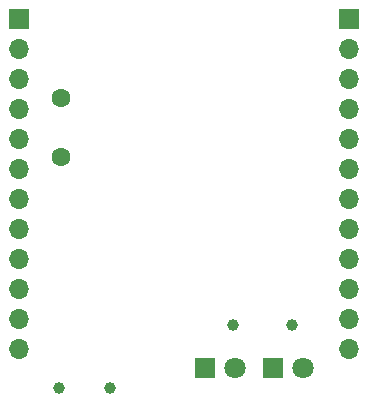
<source format=gbr>
%TF.GenerationSoftware,KiCad,Pcbnew,8.0.3*%
%TF.CreationDate,2024-07-23T20:10:18-07:00*%
%TF.ProjectId,BM-83 Carrier PCB,424d2d38-3320-4436-9172-726965722050,rev?*%
%TF.SameCoordinates,Original*%
%TF.FileFunction,Soldermask,Bot*%
%TF.FilePolarity,Negative*%
%FSLAX46Y46*%
G04 Gerber Fmt 4.6, Leading zero omitted, Abs format (unit mm)*
G04 Created by KiCad (PCBNEW 8.0.3) date 2024-07-23 20:10:18*
%MOMM*%
%LPD*%
G01*
G04 APERTURE LIST*
%ADD10C,1.000000*%
%ADD11R,1.800000X1.800000*%
%ADD12C,1.800000*%
%ADD13R,1.700000X1.700000*%
%ADD14O,1.700000X1.700000*%
%ADD15C,1.600000*%
G04 APERTURE END LIST*
D10*
%TO.C,RX1*%
X155200000Y-95200000D03*
%TD*%
%TO.C,TX1*%
X150200000Y-95200000D03*
%TD*%
%TO.C,Aud1*%
X135500000Y-100600000D03*
%TD*%
%TO.C,Aud2*%
X139800000Y-100600000D03*
%TD*%
D11*
%TO.C,D2*%
X147860000Y-98900000D03*
D12*
X150400000Y-98900000D03*
%TD*%
D11*
%TO.C,D1*%
X153600000Y-98900000D03*
D12*
X156140000Y-98900000D03*
%TD*%
D13*
%TO.C,J2*%
X160020000Y-69342000D03*
D14*
X160020000Y-71882000D03*
X160020000Y-74422000D03*
X160020000Y-76962000D03*
X160020000Y-79502000D03*
X160020000Y-82042000D03*
X160020000Y-84582000D03*
X160020000Y-87122000D03*
X160020000Y-89662000D03*
X160020000Y-92202000D03*
X160020000Y-94742000D03*
X160020000Y-97282000D03*
%TD*%
D13*
%TO.C,J1*%
X132080000Y-69342000D03*
D14*
X132080000Y-71882000D03*
X132080000Y-74422000D03*
X132080000Y-76962000D03*
X132080000Y-79502000D03*
X132080000Y-82042000D03*
X132080000Y-84582000D03*
X132080000Y-87122000D03*
X132080000Y-89662000D03*
X132080000Y-92202000D03*
X132080000Y-94742000D03*
X132080000Y-97282000D03*
%TD*%
D15*
%TO.C,C1*%
X135636000Y-80986000D03*
X135636000Y-75986000D03*
%TD*%
M02*

</source>
